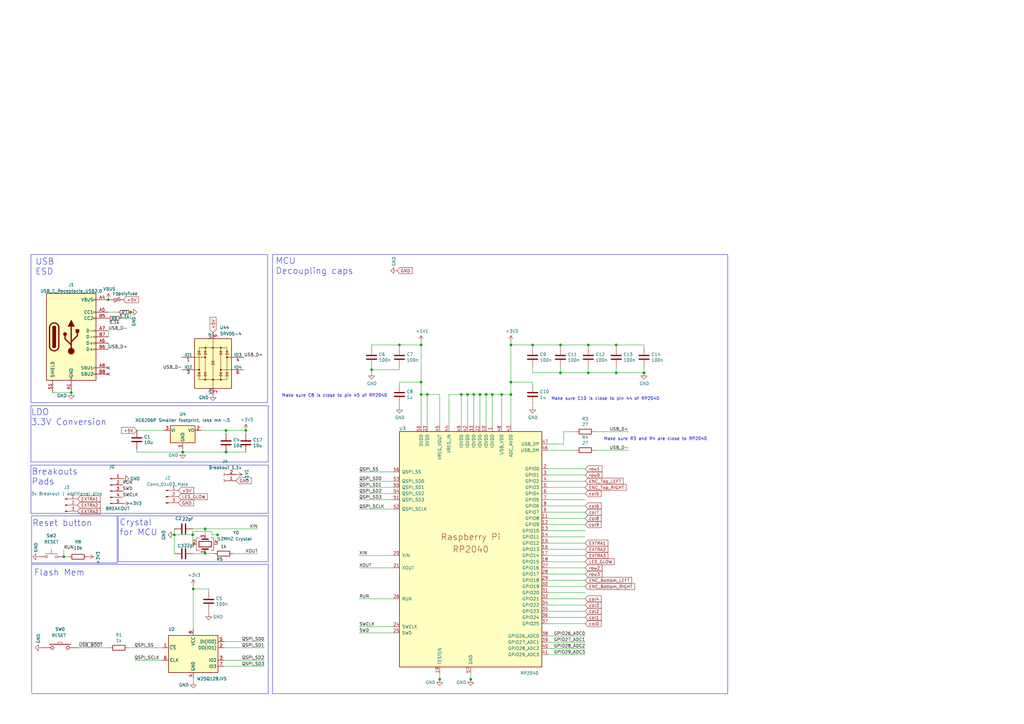
<source format=kicad_sch>
(kicad_sch (version 20230121) (generator eeschema)
  (paper "A3")
  (title_block (title "Rp2040 __template__") (date "2020-12-18") (rev "REV 0.1") (company "scattered_lenity.space"))
  (lib_symbols
    (symbol "Connector:Conn_01x02_Female" (pin_names (offset 1.016) hide)
      (property "Reference" "J" (at 0 2.54 0))
      (property "Value" "Conn_01x02_Female" (at 0 -5.08 0))
      (symbol "Conn_01x02_Female_1_1"
        (pin passive line (at -5.08 0 0) (length 3.81) (name "Pin_1") (number "1"))
        (pin passive line (at -5.08 -2.54 0) (length 3.81) (name "Pin_2") (number "2"))
      )
    )
    (symbol "Connector:Conn_01x03_Male" (pin_names (offset 1.016) hide)
      (property "Reference" "J" (at 0 5.08 0))
      (property "Value" "Conn_01x03_Male" (at 0 -5.08 0))
      (symbol "Conn_01x03_Male_1_1"
        (pin passive line (at 5.08 2.54 180) (length 3.81) (name "Pin_1") (number "1"))
        (pin passive line (at 5.08 0 180) (length 3.81) (name "Pin_2") (number "2"))
        (pin passive line (at 5.08 -2.54 180) (length 3.81) (name "Pin_3") (number "3"))
      )
    )
    (symbol "Connector:Conn_01x05_Male" (pin_names (offset 1.016) hide)
      (property "Reference" "J" (at 0 7.62 0))
      (property "Value" "Conn_01x05_Male" (at 0 -7.62 0))
      (symbol "Conn_01x05_Male_1_1"
        (pin passive line (at 5.08 5.08 180) (length 3.81) (name "Pin_1") (number "1"))
        (pin passive line (at 5.08 2.54 180) (length 3.81) (name "Pin_2") (number "2"))
        (pin passive line (at 5.08 0 180) (length 3.81) (name "Pin_3") (number "3"))
        (pin passive line (at 5.08 -2.54 180) (length 3.81) (name "Pin_4") (number "4"))
        (pin passive line (at 5.08 -5.08 180) (length 3.81) (name "Pin_5") (number "5"))
      )
    )
    (symbol "Connector:USB_C_Receptacle_USB2.0" (pin_names (offset 1.016))
      (property "Reference" "J" (at -10.16 19.05 0))
      (property "Value" "USB_C_Receptacle_USB2.0" (at 19.05 19.05 0))
      (symbol "USB_C_Receptacle_USB2.0_1_1"
        (pin passive line (at 0 -22.86 90) (length 5.08) (name "GND") (number "A1"))
        (pin passive line (at 0 -22.86 90) (length 5.08) hide (name "GND") (number "A12"))
        (pin passive line (at 15.24 15.24 180) (length 5.08) (name "VBUS") (number "A4"))
        (pin bidirectional line (at 15.24 10.16 180) (length 5.08) (name "CC1") (number "A5"))
        (pin bidirectional line (at 15.24 -2.54 180) (length 5.08) (name "D+") (number "A6"))
        (pin bidirectional line (at 15.24 2.54 180) (length 5.08) (name "D-") (number "A7"))
        (pin bidirectional line (at 15.24 -12.7 180) (length 5.08) (name "SBU1") (number "A8"))
        (pin passive line (at 15.24 15.24 180) (length 5.08) hide (name "VBUS") (number "A9"))
        (pin passive line (at 0 -22.86 90) (length 5.08) hide (name "GND") (number "B1"))
        (pin passive line (at 0 -22.86 90) (length 5.08) hide (name "GND") (number "B12"))
        (pin passive line (at 15.24 15.24 180) (length 5.08) hide (name "VBUS") (number "B4"))
        (pin bidirectional line (at 15.24 7.62 180) (length 5.08) (name "CC2") (number "B5"))
        (pin bidirectional line (at 15.24 -5.08 180) (length 5.08) (name "D+") (number "B6"))
        (pin bidirectional line (at 15.24 0 180) (length 5.08) (name "D-") (number "B7"))
        (pin bidirectional line (at 15.24 -15.24 180) (length 5.08) (name "SBU2") (number "B8"))
        (pin passive line (at 15.24 15.24 180) (length 5.08) hide (name "VBUS") (number "B9"))
        (pin passive line (at -7.62 -22.86 90) (length 5.08) (name "SHIELD") (number "S1"))
      )
    )
    (symbol "Device:C" (pin_numbers hide) (pin_names (offset 0.254))
      (property "Reference" "C" (at 0.635 2.54 0))
      (property "Value" "C" (at 0.635 -2.54 0))
      (symbol "C_1_1"
        (pin passive line (at 0 3.81 270) (length 2.794) (name "~") (number "1"))
        (pin passive line (at 0 -3.81 90) (length 2.794) (name "~") (number "2"))
      )
    )
    (symbol "Device:Crystal_GND24" (pin_names (offset 1.016) hide)
      (property "Reference" "Y" (at 3.175 5.08 0))
      (property "Value" "Crystal_GND24" (at 3.175 3.175 0))
      (symbol "Crystal_GND24_1_1"
        (pin passive line (at -3.81 0 0) (length 1.27) (name "1") (number "1"))
        (pin passive line (at 0 5.08 270) (length 1.27) (name "2") (number "2"))
        (pin passive line (at 3.81 0 180) (length 1.27) (name "3") (number "3"))
        (pin passive line (at 0 -5.08 90) (length 1.27) (name "4") (number "4"))
      )
    )
    (symbol "Device:Polyfuse_Small" (pin_numbers hide) (pin_names (offset 0))
      (property "Reference" "F" (at -1.905 0 90))
      (property "Value" "Polyfuse_Small" (at 1.905 0 90))
      (symbol "Polyfuse_Small_1_1"
        (pin passive line (at 0 2.54 270) (length 0.635) (name "~") (number "1"))
        (pin passive line (at 0 -2.54 90) (length 0.635) (name "~") (number "2"))
      )
    )
    (symbol "Device:R" (pin_numbers hide) (pin_names (offset 0))
      (property "Reference" "R" (at 2.032 0 90))
      (property "Value" "R" (at 0 0 90))
      (symbol "R_1_1"
        (pin passive line (at 0 3.81 270) (length 1.27) (name "~") (number "1"))
        (pin passive line (at 0 -3.81 90) (length 1.27) (name "~") (number "2"))
      )
    )
    (symbol "Device:R_Small" (pin_numbers hide) (pin_names (offset 0.254) hide)
      (property "Reference" "R" (at 0.762 0.508 0))
      (property "Value" "R_Small" (at 0.762 -1.016 0))
      (symbol "R_Small_1_1"
        (pin passive line (at 0 2.54 270) (length 0.762) (name "~") (number "1"))
        (pin passive line (at 0 -2.54 90) (length 0.762) (name "~") (number "2"))
      )
    )
    (symbol "MCU_RaspberryPi_RP2040:RP2040" (pin_names (offset 1.016))
      (property "Reference" "U" (at -29.21 49.53 0))
      (property "Value" "RP2040" (at 24.13 -49.53 0))
      (symbol "RP2040_0_0"
        (text "Raspberry Pi" (at 0 5.08 0) (effects (font (size 2.54 2.54))))
        (text "RP2040" (at 0 0 0) (effects (font (size 2.54 2.54))))
      )
      (symbol "RP2040_1_1"
        (pin power_in line (at 8.89 50.8 270) (length 2.54) (name "IOVDD") (number "1"))
        (pin power_in line (at 6.35 50.8 270) (length 2.54) (name "IOVDD") (number "10"))
        (pin bidirectional line (at 31.75 12.7 180) (length 2.54) (name "GPIO8") (number "11"))
        (pin bidirectional line (at 31.75 10.16 180) (length 2.54) (name "GPIO9") (number "12"))
        (pin bidirectional line (at 31.75 7.62 180) (length 2.54) (name "GPIO10") (number "13"))
        (pin bidirectional line (at 31.75 5.08 180) (length 2.54) (name "GPIO11") (number "14"))
        (pin bidirectional line (at 31.75 2.54 180) (length 2.54) (name "GPIO12") (number "15"))
        (pin bidirectional line (at 31.75 0 180) (length 2.54) (name "GPIO13") (number "16"))
        (pin bidirectional line (at 31.75 -2.54 180) (length 2.54) (name "GPIO14") (number "17"))
        (pin bidirectional line (at 31.75 -5.08 180) (length 2.54) (name "GPIO15") (number "18"))
        (pin passive line (at -12.7 -50.8 90) (length 2.54) (name "TESTEN") (number "19"))
        (pin bidirectional line (at 31.75 33.02 180) (length 2.54) (name "GPIO0") (number "2"))
        (pin input line (at -31.75 -2.54 0) (length 2.54) (name "XIN") (number "20"))
        (pin passive line (at -31.75 -7.62 0) (length 2.54) (name "XOUT") (number "21"))
        (pin power_in line (at 3.81 50.8 270) (length 2.54) (name "IOVDD") (number "22"))
        (pin power_in line (at -17.78 50.8 270) (length 2.54) (name "DVDD") (number "23"))
        (pin output line (at -31.75 -31.75 0) (length 2.54) (name "SWCLK") (number "24"))
        (pin bidirectional line (at -31.75 -34.29 0) (length 2.54) (name "SWD") (number "25"))
        (pin input line (at -31.75 -20.32 0) (length 2.54) (name "RUN") (number "26"))
        (pin bidirectional line (at 31.75 -7.62 180) (length 2.54) (name "GPIO16") (number "27"))
        (pin bidirectional line (at 31.75 -10.16 180) (length 2.54) (name "GPIO17") (number "28"))
        (pin bidirectional line (at 31.75 -12.7 180) (length 2.54) (name "GPIO18") (number "29"))
        (pin bidirectional line (at 31.75 30.48 180) (length 2.54) (name "GPIO1") (number "3"))
        (pin bidirectional line (at 31.75 -15.24 180) (length 2.54) (name "GPIO19") (number "30"))
        (pin bidirectional line (at 31.75 -17.78 180) (length 2.54) (name "GPIO20") (number "31"))
        (pin bidirectional line (at 31.75 -20.32 180) (length 2.54) (name "GPIO21") (number "32"))
        (pin power_in line (at 1.27 50.8 270) (length 2.54) (name "IOVDD") (number "33"))
        (pin bidirectional line (at 31.75 -22.86 180) (length 2.54) (name "GPIO22") (number "34"))
        (pin bidirectional line (at 31.75 -25.4 180) (length 2.54) (name "GPIO23") (number "35"))
        (pin bidirectional line (at 31.75 -27.94 180) (length 2.54) (name "GPIO24") (number "36"))
        (pin bidirectional line (at 31.75 -30.48 180) (length 2.54) (name "GPIO25") (number "37"))
        (pin bidirectional line (at 31.75 -35.56 180) (length 2.54) (name "GPIO26_ADC0") (number "38"))
        (pin bidirectional line (at 31.75 -38.1 180) (length 2.54) (name "GPIO27_ADC1") (number "39"))
        (pin bidirectional line (at 31.75 27.94 180) (length 2.54) (name "GPIO2") (number "4"))
        (pin bidirectional line (at 31.75 -40.64 180) (length 2.54) (name "GPIO28_ADC2") (number "40"))
        (pin bidirectional line (at 31.75 -43.18 180) (length 2.54) (name "GPIO29_ADC3") (number "41"))
        (pin power_in line (at -1.27 50.8 270) (length 2.54) (name "IOVDD") (number "42"))
        (pin power_in line (at 16.51 50.8 270) (length 2.54) (name "ADC_AVDD") (number "43"))
        (pin power_in line (at -8.89 50.8 270) (length 2.54) (name "VREG_IN") (number "44"))
        (pin power_out line (at -12.7 50.8 270) (length 2.54) (name "VREG_VOUT") (number "45"))
        (pin bidirectional line (at 31.75 40.64 180) (length 2.54) (name "USB_DM") (number "46"))
        (pin bidirectional line (at 31.75 43.18 180) (length 2.54) (name "USB_DP") (number "47"))
        (pin power_in line (at 12.7 50.8 270) (length 2.54) (name "USB_VDD") (number "48"))
        (pin power_in line (at -3.81 50.8 270) (length 2.54) (name "IOVDD") (number "49"))
        (pin bidirectional line (at 31.75 25.4 180) (length 2.54) (name "GPIO3") (number "5"))
        (pin power_in line (at -20.32 50.8 270) (length 2.54) (name "DVDD") (number "50"))
        (pin bidirectional line (at -31.75 20.32 0) (length 2.54) (name "QSPI_SD3") (number "51"))
        (pin output line (at -31.75 16.51 0) (length 2.54) (name "QSPI_SCLK") (number "52"))
        (pin bidirectional line (at -31.75 27.94 0) (length 2.54) (name "QSPI_SD0") (number "53"))
        (pin bidirectional line (at -31.75 22.86 0) (length 2.54) (name "QSPI_SD2") (number "54"))
        (pin bidirectional line (at -31.75 25.4 0) (length 2.54) (name "QSPI_SD1") (number "55"))
        (pin bidirectional line (at -31.75 31.75 0) (length 2.54) (name "QSPI_SS") (number "56"))
        (pin power_in line (at 0 -50.8 90) (length 2.54) (name "GND") (number "57"))
        (pin bidirectional line (at 31.75 22.86 180) (length 2.54) (name "GPIO4") (number "6"))
        (pin bidirectional line (at 31.75 20.32 180) (length 2.54) (name "GPIO5") (number "7"))
        (pin bidirectional line (at 31.75 17.78 180) (length 2.54) (name "GPIO6") (number "8"))
        (pin bidirectional line (at 31.75 15.24 180) (length 2.54) (name "GPIO7") (number "9"))
      )
    )
    (symbol "Memory_Flash:W25Q128JVS"
      (property "Reference" "U" (at -8.89 8.89 0))
      (property "Value" "W25Q128JVS" (at 7.62 8.89 0))
      (symbol "W25Q128JVS_1_1"
        (pin input line (at -12.7 2.54 0) (length 2.54) (name "~{CS}") (number "1"))
        (pin bidirectional line (at 12.7 2.54 180) (length 2.54) (name "DO(IO1)") (number "2"))
        (pin bidirectional line (at 12.7 -2.54 180) (length 2.54) (name "IO2") (number "3"))
        (pin power_in line (at 0 -10.16 90) (length 2.54) (name "GND") (number "4"))
        (pin bidirectional line (at 12.7 5.08 180) (length 2.54) (name "DI(IO0)") (number "5"))
        (pin input line (at -12.7 -2.54 0) (length 2.54) (name "CLK") (number "6"))
        (pin bidirectional line (at 12.7 -5.08 180) (length 2.54) (name "IO3") (number "7"))
        (pin power_in line (at 0 10.16 270) (length 2.54) (name "VCC") (number "8"))
      )
    )
    (symbol "Power_Protection:SRV05-4" (pin_names (offset 0))
      (property "Reference" "U" (at -5.08 11.43 0))
      (property "Value" "SRV05-4" (at 2.54 11.43 0))
      (symbol "SRV05-4_1_1"
        (pin passive line (at -12.7 2.54 0) (length 5.08) (name "IO1") (number "1"))
        (pin passive line (at 0 -12.7 90) (length 2.54) (name "VN") (number "2"))
        (pin passive line (at -12.7 -2.54 0) (length 5.08) (name "IO2") (number "3"))
        (pin passive line (at 12.7 2.54 180) (length 5.08) (name "IO3") (number "4"))
        (pin passive line (at 0 12.7 270) (length 2.54) (name "VP") (number "5"))
        (pin passive line (at 12.7 -2.54 180) (length 5.08) (name "IO4") (number "6"))
      )
    )
    (symbol "Regulator_Linear:XC6206PxxxMR" (pin_names (offset 0.254))
      (property "Reference" "U" (at -3.81 3.175 0))
      (property "Value" "XC6206PxxxMR" (at 0 3.175 0))
      (symbol "XC6206PxxxMR_1_1"
        (pin power_in line (at 0 -7.62 90) (length 2.54) (name "GND") (number "1"))
        (pin power_out line (at 7.62 0 180) (length 2.54) (name "VO") (number "2"))
        (pin power_in line (at -7.62 0 0) (length 2.54) (name "VI") (number "3"))
      )
    )
    (symbol "Switch:SW_Push" (pin_numbers hide) (pin_names (offset 1.016) hide)
      (property "Reference" "SW" (at 1.27 2.54 0))
      (property "Value" "SW_Push" (at 0 -1.524 0))
      (symbol "SW_Push_0_1"
        (pin passive line (at -5.08 0 0) (length 2.54) (name "1") (number "1"))
        (pin passive line (at 5.08 0 180) (length 2.54) (name "2") (number "2"))
      )
    )
    (symbol "cipulot_parts:SW_PUSH" (pin_numbers hide) (pin_names (offset 1.016) hide)
      (property "Reference" "SW" (at 3.81 2.794 0))
      (property "Value" "SW_PUSH" (at 0 -2.032 0))
      (symbol "SW_PUSH_0_1"
        (pin passive inverted (at -7.62 0 0) (length 5.08) (name "1") (number "1"))
        (pin passive inverted (at 7.62 0 180) (length 5.08) (name "2") (number "2"))
      )
    )
    (symbol "power:+1V1" (power) (pin_names (offset 0))
      (property "Value" "+1V1" (at 0 3.556 0))
      (symbol "+1V1_1_1"
        (pin power_in line (at 0 0 90) (length 0) hide (name "+1V1") (number "1"))
      )
    )
    (symbol "power:+3V3" (power) (pin_names (offset 0))
      (property "Value" "+3V3" (at 0 3.556 0))
      (symbol "+3V3_1_1"
        (pin power_in line (at 0 0 90) (length 0) hide (name "+3V3") (number "1"))
      )
    )
    (symbol "power:GND" (power) (pin_names (offset 0))
      (property "Value" "GND" (at 0 -3.81 0))
      (symbol "GND_1_1"
        (pin power_in line (at 0 0 270) (length 0) hide (name "GND") (number "1"))
      )
    )
    (symbol "power:VBUS" (power) (pin_names (offset 0))
      (property "Value" "VBUS" (at 0 3.81 0))
      (symbol "VBUS_1_1"
        (pin power_in line (at 0 0 90) (length 0) hide (name "VBUS") (number "1"))
      )
    )
  )
  (junction (at 209.55 156.718))
  (junction (at 241.3 152.908))
  (junction (at 189.23 161.798))
  (junction (at 44.45 122.936))
  (junction (at 191.77 161.798))
  (junction (at 92.71 185.42))
  (junction (at 29.21 161.036))
  (junction (at 100.838 176.53))
  (junction (at 79.248 241.554))
  (junction (at 194.31 161.798))
  (junction (at 71.5264 219.3544))
  (junction (at 84.1248 216.916))
  (junction (at 84.1248 226.9744))
  (junction (at 205.74 161.798))
  (junction (at 79.0448 219.3544))
  (junction (at 241.3 141.478))
  (junction (at 196.85 161.798))
  (junction (at 172.72 141.478))
  (junction (at 172.72 161.798))
  (junction (at 163.83 141.478))
  (junction (at 252.73 141.478))
  (junction (at 74.93 185.42))
  (junction (at 152.4 151.638))
  (junction (at 264.16 152.908))
  (junction (at 53.594 128.016))
  (junction (at 180.34 278.6126))
  (junction (at 193.04 278.6126))
  (junction (at 175.26 161.798))
  (junction (at 26.162 228.346))
  (junction (at 201.93 161.798))
  (junction (at 209.55 161.798))
  (junction (at 172.72 156.718))
  (junction (at 89.2302 219.3544))
  (junction (at 209.55 141.478))
  (junction (at 252.73 152.908))
  (junction (at 92.71 176.53))
  (junction (at 218.44 141.478))
  (junction (at 229.87 152.908))
  (junction (at 199.39 161.798))
  (junction (at 229.87 141.478))
  (no_connect (at 44.45 153.416))
  (no_connect (at 44.45 150.876))
  (wire (pts (xy 161.29 257.048) (xy 147.32 257.048)))
  (wire (pts (xy 79.1464 227.076) (xy 84.1248 227.076)))
  (wire (pts (xy 147.32 202.438) (xy 161.29 202.438)))
  (wire (pts (xy 224.79 220.218) (xy 240.03 220.218)))
  (wire (pts (xy 224.79 199.898) (xy 240.03 199.898)))
  (wire (pts (xy 201.93 161.798) (xy 205.74 161.798)))
  (wire (pts (xy 229.87 142.748) (xy 229.87 141.478)))
  (polyline (pts (xy 12.7 189.484) (xy 12.7 166.37)))
  (wire (pts (xy 85.598 241.554) (xy 79.248 241.554)))
  (wire (pts (xy 224.79 194.818) (xy 240.03 194.818)))
  (wire (pts (xy 82.55 176.53) (xy 92.71 176.53)))
  (wire (pts (xy 180.34 161.798) (xy 175.26 161.798)))
  (wire (pts (xy 147.32 197.358) (xy 161.29 197.358)))
  (wire (pts (xy 91.948 270.764) (xy 108.458 270.764)))
  (wire (pts (xy 147.32 199.898) (xy 161.29 199.898)))
  (wire (pts (xy 44.45 140.716) (xy 44.45 143.256)))
  (polyline (pts (xy 12.7 210.566) (xy 12.7 190.754)))
  (wire (pts (xy 79.248 240.284) (xy 79.248 241.554)))
  (wire (pts (xy 199.39 174.498) (xy 199.39 161.798)))
  (wire (pts (xy 74.93 185.42) (xy 74.93 185.5216)))
  (wire (pts (xy 196.85 161.798) (xy 199.39 161.798)))
  (wire (pts (xy 86.9442 217.932) (xy 79.0448 217.932)))
  (wire (pts (xy 163.83 157.988) (xy 163.83 156.718)))
  (polyline (pts (xy 111.76 104.394) (xy 111.76 284.48)))
  (polyline (pts (xy 48.514 230.378) (xy 48.514 211.582)))
  (polyline (pts (xy 12.954 230.886) (xy 48.006 230.886)))
  (wire (pts (xy 172.72 140.208) (xy 172.72 141.478)))
  (wire (pts (xy 180.34 276.098) (xy 180.34 278.6126)))
  (wire (pts (xy 224.79 222.758) (xy 240.03 222.758)))
  (wire (pts (xy 218.44 150.368) (xy 218.44 152.908)))
  (wire (pts (xy 100.838 177.8) (xy 100.838 176.53)))
  (polyline (pts (xy 12.954 283.972) (xy 12.954 231.394)))
  (wire (pts (xy 224.79 260.858) (xy 240.03 260.858)))
  (wire (pts (xy 71.5264 216.916) (xy 71.5264 219.3544)))
  (wire (pts (xy 175.26 174.498) (xy 175.26 161.798)))
  (wire (pts (xy 26.162 228.346) (xy 28.194 228.346)))
  (wire (pts (xy 224.79 268.478) (xy 240.03 268.478)))
  (wire (pts (xy 209.55 156.718) (xy 218.44 156.718)))
  (wire (pts (xy 89.2048 223.1644) (xy 89.2302 223.1644)))
  (polyline (pts (xy 12.7 165.1) (xy 12.7 104.394)))
  (wire (pts (xy 44.958 265.684) (xy 32.258 265.684)))
  (wire (pts (xy 209.55 140.208) (xy 209.55 141.478)))
  (wire (pts (xy 264.16 150.368) (xy 264.16 152.908)))
  (wire (pts (xy 193.04 276.098) (xy 193.04 278.6126)))
  (wire (pts (xy 224.79 182.118) (xy 231.14 182.118)))
  (polyline (pts (xy 109.982 231.394) (xy 109.982 284.48)))
  (wire (pts (xy 224.79 207.518) (xy 240.03 207.518)))
  (wire (pts (xy 218.44 141.478) (xy 229.87 141.478)))
  (wire (pts (xy 224.79 243.078) (xy 240.03 243.078)))
  (wire (pts (xy 89.2302 219.3544) (xy 86.9442 219.3544)))
  (wire (pts (xy 224.79 210.058) (xy 240.03 210.058)))
  (wire (pts (xy 224.79 263.398) (xy 240.03 263.398)))
  (wire (pts (xy 56.134 185.42) (xy 74.93 185.42)))
  (polyline (pts (xy 12.954 284.48) (xy 109.982 284.48)))
  (wire (pts (xy 56.134 176.53) (xy 67.31 176.53)))
  (wire (pts (xy 26.162 225.552) (xy 26.162 228.346)))
  (wire (pts (xy 91.948 265.684) (xy 108.458 265.684)))
  (wire (pts (xy 224.79 184.658) (xy 236.22 184.658)))
  (wire (pts (xy 224.79 265.938) (xy 240.03 265.938)))
  (wire (pts (xy 224.79 212.598) (xy 240.03 212.598)))
  (wire (pts (xy 209.55 161.798) (xy 209.55 174.498)))
  (polyline (pts (xy 109.982 211.582) (xy 109.982 230.378)))
  (wire (pts (xy 87.884 226.9744) (xy 87.884 227.076)))
  (wire (pts (xy 86.9442 219.3544) (xy 86.9442 217.932)))
  (polyline (pts (xy 12.7 166.37) (xy 109.982 166.37)))
  (wire (pts (xy 79.0448 223.1644) (xy 79.0448 219.3544)))
  (wire (pts (xy 85.598 250.444) (xy 85.598 251.714)))
  (wire (pts (xy 84.1248 216.916) (xy 105.664 216.916)))
  (wire (pts (xy 49.53 130.556) (xy 53.5686 130.556)))
  (wire (pts (xy 180.34 174.498) (xy 180.34 161.798)))
  (wire (pts (xy 264.16 142.748) (xy 264.16 141.478)))
  (wire (pts (xy 224.79 232.918) (xy 240.03 232.918)))
  (wire (pts (xy 229.87 150.368) (xy 229.87 152.908)))
  (wire (pts (xy 79.248 241.554) (xy 79.248 258.064)))
  (wire (pts (xy 163.83 141.478) (xy 172.72 141.478)))
  (wire (pts (xy 152.4 141.478) (xy 163.83 141.478)))
  (wire (pts (xy 241.3 152.908) (xy 229.87 152.908)))
  (wire (pts (xy 224.79 240.538) (xy 240.03 240.538)))
  (polyline (pts (xy 109.728 104.394) (xy 109.728 165.1)))
  (polyline (pts (xy 12.7 165.1) (xy 109.728 165.1)))
  (wire (pts (xy 229.87 141.478) (xy 241.3 141.478)))
  (wire (pts (xy 172.72 161.798) (xy 172.72 174.498)))
  (wire (pts (xy 189.23 174.498) (xy 189.23 161.798)))
  (wire (pts (xy 89.2556 219.3544) (xy 89.2302 219.3544)))
  (wire (pts (xy 224.79 248.158) (xy 240.03 248.158)))
  (wire (pts (xy 201.93 161.798) (xy 201.93 174.498)))
  (wire (pts (xy 85.598 242.824) (xy 85.598 241.554)))
  (polyline (pts (xy 109.982 210.566) (xy 12.7 210.566)))
  (polyline (pts (xy 12.954 230.886) (xy 12.954 211.582)))
  (polyline (pts (xy 12.7 190.754) (xy 109.982 190.754)))
  (wire (pts (xy 161.29 259.588) (xy 147.32 259.588)))
  (wire (pts (xy 74.93 184.15) (xy 74.93 185.42)))
  (wire (pts (xy 191.77 161.798) (xy 194.31 161.798)))
  (wire (pts (xy 193.04 278.6126) (xy 193.04 278.638)))
  (wire (pts (xy 224.79 202.438) (xy 240.03 202.438)))
  (wire (pts (xy 21.59 161.036) (xy 29.21 161.036)))
  (polyline (pts (xy 109.982 230.378) (xy 48.514 230.378)))
  (wire (pts (xy 95.504 227.076) (xy 105.664 227.076)))
  (wire (pts (xy 100.838 176.53) (xy 92.71 176.53)))
  (wire (pts (xy 44.45 122.936) (xy 45.466 122.936)))
  (polyline (pts (xy 12.954 211.582) (xy 48.006 211.582)))
  (wire (pts (xy 224.79 197.358) (xy 240.03 197.358)))
  (wire (pts (xy 55.118 270.764) (xy 66.548 270.764)))
  (wire (pts (xy 218.44 142.748) (xy 218.44 141.478)))
  (wire (pts (xy 224.79 204.978) (xy 240.03 204.978)))
  (polyline (pts (xy 12.954 231.394) (xy 109.982 231.394)))
  (wire (pts (xy 163.83 151.638) (xy 163.83 150.368)))
  (wire (pts (xy 218.44 157.988) (xy 218.44 156.718)))
  (wire (pts (xy 231.14 177.038) (xy 231.14 182.118)))
  (polyline (pts (xy 12.7 104.394) (xy 109.728 104.394)))
  (wire (pts (xy 241.3 150.368) (xy 241.3 152.908)))
  (polyline (pts (xy 109.982 190.754) (xy 109.982 210.566)))
  (wire (pts (xy 53.5686 130.556) (xy 53.5686 128.016)))
  (wire (pts (xy 74.93 185.42) (xy 92.71 185.42)))
  (wire (pts (xy 44.45 135.636) (xy 44.45 138.176)))
  (polyline (pts (xy 111.76 284.48) (xy 298.45 284.48)))
  (wire (pts (xy 252.73 141.478) (xy 264.16 141.478)))
  (wire (pts (xy 194.31 161.798) (xy 196.85 161.798)))
  (wire (pts (xy 224.79 253.238) (xy 240.03 253.238)))
  (wire (pts (xy 71.5264 219.3544) (xy 79.0448 219.3544)))
  (wire (pts (xy 209.55 156.718) (xy 209.55 161.798)))
  (wire (pts (xy 241.3 141.478) (xy 252.73 141.478)))
  (wire (pts (xy 161.29 232.918) (xy 147.32 232.918)))
  (wire (pts (xy 152.4 151.638) (xy 163.83 151.638)))
  (wire (pts (xy 89.2302 219.3544) (xy 89.2302 223.1644)))
  (wire (pts (xy 92.71 185.42) (xy 100.838 185.42)))
  (wire (pts (xy 52.578 265.684) (xy 66.548 265.684)))
  (wire (pts (xy 252.73 142.748) (xy 252.73 141.478)))
  (wire (pts (xy 84.1248 227.076) (xy 84.1248 226.9744)))
  (wire (pts (xy 241.3 142.748) (xy 241.3 141.478)))
  (wire (pts (xy 224.79 237.998) (xy 240.03 237.998)))
  (wire (pts (xy 264.16 152.908) (xy 252.73 152.908)))
  (polyline (pts (xy 48.006 211.582) (xy 48.006 230.886)))
  (wire (pts (xy 243.84 177.038) (xy 257.81 177.038)))
  (wire (pts (xy 191.77 174.498) (xy 191.77 161.798)))
  (wire (pts (xy 92.71 177.8) (xy 92.71 176.53)))
  (polyline (pts (xy 298.45 284.48) (xy 298.45 104.394)))
  (wire (pts (xy 71.5264 219.3544) (xy 71.5264 227.076)))
  (wire (pts (xy 152.4 142.748) (xy 152.4 141.478)))
  (wire (pts (xy 53.5686 128.016) (xy 53.594 128.016)))
  (wire (pts (xy 205.74 174.498) (xy 205.74 161.798)))
  (wire (pts (xy 172.72 156.718) (xy 172.72 161.798)))
  (wire (pts (xy 224.79 255.778) (xy 240.03 255.778)))
  (wire (pts (xy 91.948 273.304) (xy 108.458 273.304)))
  (wire (pts (xy 152.4 150.368) (xy 152.4 151.638)))
  (wire (pts (xy 79.248 278.384) (xy 79.248 279.654)))
  (wire (pts (xy 161.29 245.618) (xy 147.32 245.618)))
  (wire (pts (xy 184.15 174.498) (xy 184.15 161.798)))
  (wire (pts (xy 79.0448 217.932) (xy 79.0448 219.3544)))
  (wire (pts (xy 180.34 278.6126) (xy 180.34 278.638)))
  (wire (pts (xy 224.79 227.838) (xy 240.03 227.838)))
  (wire (pts (xy 224.79 215.138) (xy 240.03 215.138)))
  (wire (pts (xy 44.45 128.016) (xy 48.514 128.016)))
  (wire (pts (xy 224.79 235.458) (xy 240.03 235.458)))
  (wire (pts (xy 196.85 174.498) (xy 196.85 161.798)))
  (wire (pts (xy 194.31 174.498) (xy 194.31 161.798)))
  (polyline (pts (xy 109.982 166.37) (xy 109.982 189.484)))
  (wire (pts (xy 84.1248 226.9744) (xy 87.884 226.9744)))
  (polyline (pts (xy 48.514 211.582) (xy 109.982 211.582)))
  (wire (pts (xy 209.55 141.478) (xy 209.55 156.718)))
  (wire (pts (xy 184.15 161.798) (xy 189.23 161.798)))
  (polyline (pts (xy 298.45 104.394) (xy 111.76 104.394)))
  (wire (pts (xy 224.79 225.298) (xy 240.03 225.298)))
  (wire (pts (xy 224.79 217.678) (xy 240.03 217.678)))
  (wire (pts (xy 163.83 165.608) (xy 163.83 166.878)))
  (wire (pts (xy 163.83 142.748) (xy 163.83 141.478)))
  (wire (pts (xy 56.134 184.15) (xy 56.134 185.42)))
  (wire (pts (xy 252.73 150.368) (xy 252.73 152.908)))
  (wire (pts (xy 147.32 204.978) (xy 161.29 204.978)))
  (wire (pts (xy 224.79 250.698) (xy 240.03 250.698)))
  (wire (pts (xy 224.79 245.618) (xy 240.03 245.618)))
  (wire (pts (xy 205.74 161.798) (xy 209.55 161.798)))
  (wire (pts (xy 152.4 151.638) (xy 152.4 152.908)))
  (wire (pts (xy 252.73 152.908) (xy 241.3 152.908)))
  (wire (pts (xy 84.1248 216.916) (xy 84.1248 219.3544)))
  (wire (pts (xy 224.79 192.278) (xy 240.03 192.278)))
  (polyline (pts (xy 12.7 189.484) (xy 109.982 189.484)))
  (wire (pts (xy 209.55 141.478) (xy 218.44 141.478)))
  (wire (pts (xy 79.1464 216.916) (xy 84.1248 216.916)))
  (wire (pts (xy 163.83 156.718) (xy 172.72 156.718)))
  (wire (pts (xy 161.29 193.548) (xy 147.32 193.548)))
  (wire (pts (xy 147.32 227.838) (xy 161.29 227.838)))
  (wire (pts (xy 199.39 161.798) (xy 201.93 161.798)))
  (wire (pts (xy 172.72 141.478) (xy 172.72 156.718)))
  (wire (pts (xy 229.87 152.908) (xy 218.44 152.908)))
  (wire (pts (xy 91.948 263.144) (xy 108.458 263.144)))
  (wire (pts (xy 161.29 208.788) (xy 147.32 208.788)))
  (wire (pts (xy 189.23 161.798) (xy 191.77 161.798)))
  (wire (pts (xy 224.79 230.378) (xy 240.03 230.378)))
  (wire (pts (xy 231.14 177.038) (xy 236.22 177.038)))
  (wire (pts (xy 218.44 165.608) (xy 218.44 166.878)))
  (wire (pts (xy 243.84 184.658) (xy 257.81 184.658)))
  (wire (pts (xy 175.26 161.798) (xy 172.72 161.798)))
  (text "USB\nESD" (at 14.478 113.03 0) (effects (font (size 2.54 2.54)) (justify left bottom)))
  (text "Make sure C8 is close to pin 45 of RP2040" (at 115.57 163.068 0) (effects (font (size 1.27 1.27)) (justify left bottom)))
  (text "Breakouts\nPads\n" (at 12.954 199.136 0) (effects (font (size 2.54 2.54)) (justify left bottom)))
  (text "Make sure R3 and R4 are close to RP2040" (at 247.65 180.848 0) (effects (font (size 1.27 1.27)) (justify left bottom)))
  (text "Crystal\nfor MCU" (at 49.022 219.964 0) (effects (font (size 2.54 2.54)) (justify left bottom)))
  (text "Flash Mem " (at 13.97 236.474 0) (effects (font (size 2.54 2.54)) (justify left bottom)))
  (text "MCU\nDecoupling caps " (at 113.03 112.776 0) (effects (font (size 2.54 2.54)) (justify left bottom)))
  (text "Make sure C10 is close to pin 44 of RP2040" (at 226.06 164.338 0) (effects (font (size 1.27 1.27)) (justify left bottom)))
  (text "Reset button\n" (at 13.208 216.154 0) (effects (font (size 2.54 2.54)) (justify left bottom)))
  (text "LDO\n3.3V Conversion\n" (at 12.7 174.752 0) (effects (font (size 2.54 2.54)) (justify left bottom)))
  (label "RUN" (at 50.292 198.882 0))
  (label "QSPI_SD2" (at 108.458 270.764 180))
  (label "XIN" (at 147.32 227.838 0))
  (label "QSPI_SS" (at 55.118 265.684 0))
  (label "RUN" (at 147.32 245.618 0))
  (label "RUN" (at 26.162 225.552 0))
  (label "SWD" (at 50.292 201.422 0))
  (label "USB_D+" (at 44.45 143.256 0))
  (label "USB_D+" (at 100.076 146.558 0))
  (label "~{USB_BOOT}" (at 32.258 265.684 0))
  (label "GPIO27_ADC1" (at 240.03 263.398 180))
  (label "XIN" (at 105.664 216.916 180))
  (label "QSPI_SS" (at 147.32 193.548 0))
  (label "QSPI_SCLK" (at 55.118 270.764 0))
  (label "XOUT" (at 105.664 227.076 180))
  (label "QSPI_SD1" (at 147.32 199.898 0))
  (label "USB_D-" (at 44.45 135.636 0))
  (label "SWD" (at 147.32 259.588 0))
  (label "XOUT" (at 147.32 232.918 0))
  (label "QSPI_SD0" (at 147.32 197.358 0))
  (label "USB_D+" (at 257.81 177.038 180))
  (label "QSPI_SD3" (at 147.32 204.978 0))
  (label "QSPI_SD0" (at 108.458 263.144 180))
  (label "GPIO28_ADC2" (at 240.03 265.938 180))
  (label "USB_D-" (at 257.81 184.658 180))
  (label "GPIO26_ADC0" (at 240.03 260.858 180))
  (label "USB_D-" (at 74.676 151.638 180))
  (label "QSPI_SD1" (at 108.458 265.684 180))
  (label "QSPI_SD3" (at 108.458 273.304 180))
  (label "QSPI_SCLK" (at 147.32 208.788 0))
  (label "SWCLK" (at 147.32 257.048 0))
  (label "QSPI_SD2" (at 147.32 202.438 0))
  (label "SWCLK" (at 50.292 203.962 0))
  (label "GPIO29_ADC3" (at 240.03 268.478 180))
  (global_label "GND" (shape input) (at 73.152 206.248 0) (property "Intersheetrefs" "${INTERSHEET_REFS}" (effects hide)))
  (global_label "row0" (shape input) (at 240.03 194.818 0) (property "Intersheetrefs" "${INTERSHEET_REFS}" (effects hide)))
  (global_label "row2" (shape input) (at 240.03 232.918 0) (property "Intersheetrefs" "${INTERSHEET_REFS}" (effects hide)))
  (global_label "GND" (shape input) (at 96.774 197.1548 0) (property "Intersheetrefs" "${INTERSHEET_REFS}" (effects hide)))
  (global_label "col7" (shape input) (at 240.03 210.058 0) (property "Intersheetrefs" "${INTERSHEET_REFS}" (effects hide)))
  (global_label "+5V" (shape input) (at 73.152 201.168 0) (property "Intersheetrefs" "${INTERSHEET_REFS}" (effects hide)))
  (global_label "col2" (shape input) (at 240.03 250.698 0) (property "Intersheetrefs" "${INTERSHEET_REFS}" (effects hide)))
  (global_label "row3" (shape input) (at 240.03 235.458 0) (property "Intersheetrefs" "${INTERSHEET_REFS}" (effects hide)))
  (global_label "EXTRA1" (shape input) (at 240.03 222.758 0) (property "Intersheetrefs" "${INTERSHEET_REFS}" (effects hide)))
  (global_label "+5V" (shape input) (at 56.134 176.53 180) (property "Intersheetrefs" "${INTERSHEET_REFS}" (effects hide)))
  (global_label "LED_GLOW" (shape input) (at 73.152 203.708 0) (property "Intersheetrefs" "${INTERSHEET_REFS}" (effects hide)))
  (global_label "ENC_Bottom_LEFT" (shape input) (at 240.03 237.998 0) (property "Intersheetrefs" "${INTERSHEET_REFS}" (effects hide)))
  (global_label "col0" (shape input) (at 240.03 255.778 0) (property "Intersheetrefs" "${INTERSHEET_REFS}" (effects hide)))
  (global_label "+5V" (shape input) (at 87.376 136.398 90) (property "Intersheetrefs" "${INTERSHEET_REFS}" (effects hide)))
  (global_label "LED_GLOW" (shape input) (at 240.03 230.378 0) (property "Intersheetrefs" "${INTERSHEET_REFS}" (effects hide)))
  (global_label "ENC_Top_RIGHT" (shape input) (at 240.03 199.898 0) (property "Intersheetrefs" "${INTERSHEET_REFS}" (effects hide)))
  (global_label "GND" (shape input) (at 162.814 110.998 0) (property "Intersheetrefs" "${INTERSHEET_REFS}" (effects hide)))
  (global_label "+5V" (shape input) (at 50.546 122.936 0) (property "Intersheetrefs" "${INTERSHEET_REFS}" (effects hide)))
  (global_label "col9" (shape input) (at 240.03 215.138 0) (property "Intersheetrefs" "${INTERSHEET_REFS}" (effects hide)))
  (global_label "ENC_Bottom_RIGHT" (shape input) (at 240.03 240.538 0) (property "Intersheetrefs" "${INTERSHEET_REFS}" (effects hide)))
  (global_label "EXTRA3" (shape input) (at 31.8008 209.7024 0) (property "Intersheetrefs" "${INTERSHEET_REFS}" (effects hide)))
  (global_label "col8" (shape input) (at 240.03 212.598 0) (property "Intersheetrefs" "${INTERSHEET_REFS}" (effects hide)))
  (global_label "row1" (shape input) (at 240.03 192.278 0) (property "Intersheetrefs" "${INTERSHEET_REFS}" (effects hide)))
  (global_label "col5" (shape input) (at 240.03 202.438 0) (property "Intersheetrefs" "${INTERSHEET_REFS}" (effects hide)))
  (global_label "col6" (shape input) (at 240.03 207.518 0) (property "Intersheetrefs" "${INTERSHEET_REFS}" (effects hide)))
  (global_label "col1" (shape input) (at 240.03 253.238 0) (property "Intersheetrefs" "${INTERSHEET_REFS}" (effects hide)))
  (global_label "EXTRA2" (shape input) (at 240.03 225.298 0) (property "Intersheetrefs" "${INTERSHEET_REFS}" (effects hide)))
  (global_label "col3" (shape input) (at 240.03 248.158 0) (property "Intersheetrefs" "${INTERSHEET_REFS}" (effects hide)))
  (global_label "EXTRA3" (shape input) (at 240.03 227.838 0) (property "Intersheetrefs" "${INTERSHEET_REFS}" (effects hide)))
  (global_label "ENC_Top_LEFT" (shape input) (at 240.03 197.358 0) (property "Intersheetrefs" "${INTERSHEET_REFS}" (effects hide)))
  (global_label "col4" (shape input) (at 240.03 245.618 0) (property "Intersheetrefs" "${INTERSHEET_REFS}" (effects hide)))
  (global_label "EXTRA2" (shape input) (at 31.8008 207.1624 0) (property "Intersheetrefs" "${INTERSHEET_REFS}" (effects hide)))
  (global_label "EXTRA1" (shape input) (at 31.8008 204.6224 0) (property "Intersheetrefs" "${INTERSHEET_REFS}" (effects hide)))
  (symbol (lib_id "MCU_RaspberryPi_RP2040:RP2040") (at 193.04 225.298 0) (unit 1)
    (property "Reference" "U3" (at 165.1 175.768 0))
    (property "Value" "RP2040" (at 217.17 276.098 0))
    (property "Footprint" "RP2040:RP2040-QFN-56" (effects hide))
    (property "LCSC" "C2040" (effects hide))
  )
  (symbol (lib_id "Device:C") (at 75.3364 216.916 270) (unit 1)
    (property "Reference" "C2" (at 71.8312 212.6488 90) (effects (justify left)))
    (property "Value" "22pf" (at 74.676 212.9028 90) (effects (justify left)))
    (property "Footprint" "Capacitor_SMD:C_0805_2012Metric" (effects hide))
    (property "LCSC" "C1804" (effects hide))
  )
  (symbol (lib_id "Device:C") (at 75.3364 227.076 270) (unit 1)
    (property "Reference" "C3" (at 72.8218 223.8756 90) (effects (justify left)))
    (property "Value" "22pf" (at 75.3618 223.774 90) (effects (justify left)))
    (property "Footprint" "Capacitor_SMD:C_0805_2012Metric" (effects hide))
    (property "LCSC" "C1804" (effects hide))
  )
  (symbol (lib_id "power:GND") (at 71.5264 219.3544 270) (unit 1)
    (property "Reference" "#PWR06" (effects hide))
    (property "Value" "GND" (at 67.1322 219.4814 0))
  )
  (symbol (lib_id "Memory_Flash:W25Q128JVS") (at 79.248 268.224 0) (unit 1)
    (property "Reference" "U2" (at 70.358 258.064 0))
    (property "Value" "W25Q128JVS" (at 86.868 278.384 0))
    (property "Footprint" "Package_SO:SOIC-8_5.23x5.23mm_P1.27mm" (effects hide))
    (property "Datasheet" "http://www.winbond.com/resource-files/w25q128jv_dtr%20revc%2003272018%20plus.pdf" (effects hide))
    (property "LCSC" "C97521" (effects hide))
  )
  (symbol (lib_id "power:+3V3") (at 79.248 240.284 0) (unit 1)
    (property "Reference" "#PWR07" (effects hide))
    (property "Value" "+3V3" (at 79.629 235.8898 0))
  )
  (symbol (lib_id "power:GND") (at 79.248 279.654 0) (unit 1)
    (property "Reference" "#PWR08" (effects hide))
    (property "Value" "GND" (at 75.438 280.924 0))
  )
  (symbol (lib_id "Device:R") (at 48.768 265.684 270) (unit 1)
    (property "Reference" "R1" (at 48.768 260.4262 90))
    (property "Value" "1k" (at 48.768 262.7376 90))
    (property "Footprint" "Resistor_SMD:R_0805_2012Metric" (effects hide))
    (property "LCSC" "C115316" (effects hide))
  )
  (symbol (lib_id "Device:C") (at 85.598 246.634 0) (unit 1)
    (property "Reference" "C5" (at 88.519 245.4656 0) (effects (justify left)))
    (property "Value" "100n" (at 88.519 247.777 0) (effects (justify left)))
    (property "Footprint" "Capacitor_SMD:C_0805_2012Metric" (effects hide))
    (property "LCSC" "C49678" (effects hide))
  )
  (symbol (lib_id "power:GND") (at 85.598 251.714 0) (unit 1)
    (property "Reference" "#PWR011" (effects hide))
    (property "Value" "GND" (at 89.408 252.984 0))
  )
  (symbol (lib_id "Device:R") (at 240.03 177.038 270) (unit 1)
    (property "Reference" "R3" (at 240.03 171.7802 90))
    (property "Value" "27" (at 240.03 174.0916 90))
    (property "Footprint" "Resistor_SMD:R_0805_2012Metric" (effects hide))
    (property "LCSC" "C104170" (effects hide))
  )
  (symbol (lib_id "Device:R") (at 240.03 184.658 270) (unit 1)
    (property "Reference" "R4" (at 240.03 179.4002 90))
    (property "Value" "27" (at 240.03 181.7116 90))
    (property "Footprint" "Resistor_SMD:R_0805_2012Metric" (effects hide))
    (property "LCSC" "C104170" (effects hide))
  )
  (symbol (lib_id "power:+3V3") (at 209.55 140.208 0) (unit 1)
    (property "Reference" "#PWR017" (effects hide))
    (property "Value" "+3V3" (at 209.931 135.8138 0))
  )
  (symbol (lib_id "power:+1V1") (at 172.72 140.208 0) (unit 1)
    (property "Reference" "#PWR014" (effects hide))
    (property "Value" "+1V1" (at 173.101 135.8138 0))
  )
  (symbol (lib_id "Device:C") (at 218.44 146.558 0) (unit 1)
    (property "Reference" "C9" (at 221.361 145.3896 0) (effects (justify left)))
    (property "Value" "100n" (at 221.361 147.701 0) (effects (justify left)))
    (property "Footprint" "Capacitor_SMD:C_0805_2012Metric" (effects hide))
    (property "LCSC" "C49678" (effects hide))
  )
  (symbol (lib_id "Device:C") (at 229.87 146.558 0) (unit 1)
    (property "Reference" "C11" (at 232.791 145.3896 0) (effects (justify left)))
    (property "Value" "100n" (at 232.791 147.701 0) (effects (justify left)))
    (property "Footprint" "Capacitor_SMD:C_0805_2012Metric" (effects hide))
    (property "LCSC" "C49678" (effects hide))
  )
  (symbol (lib_id "Device:C") (at 241.3 146.558 0) (unit 1)
    (property "Reference" "C12" (at 244.221 145.3896 0) (effects (justify left)))
    (property "Value" "100n" (at 244.221 147.701 0) (effects (justify left)))
    (property "Footprint" "Capacitor_SMD:C_0805_2012Metric" (effects hide))
    (property "LCSC" "C49678" (effects hide))
  )
  (symbol (lib_id "Device:C") (at 252.73 146.558 0) (unit 1)
    (property "Reference" "C13" (at 255.651 145.3896 0) (effects (justify left)))
    (property "Value" "100n" (at 255.651 147.701 0) (effects (justify left)))
    (property "Footprint" "Capacitor_SMD:C_0805_2012Metric" (effects hide))
    (property "LCSC" "C49678" (effects hide))
  )
  (symbol (lib_id "Device:C") (at 264.16 146.558 0) (unit 1)
    (property "Reference" "C14" (at 267.081 145.3896 0) (effects (justify left)))
    (property "Value" "100n" (at 267.081 147.701 0) (effects (justify left)))
    (property "Footprint" "Capacitor_SMD:C_0805_2012Metric" (effects hide))
    (property "LCSC" "C49678" (effects hide))
  )
  (symbol (lib_id "Device:C") (at 152.4 146.558 0) (unit 1)
    (property "Reference" "C6" (at 155.321 145.3896 0) (effects (justify left)))
    (property "Value" "100n" (at 155.321 147.701 0) (effects (justify left)))
    (property "Footprint" "Capacitor_SMD:C_0805_2012Metric" (effects hide))
    (property "LCSC" "C49678" (effects hide))
  )
  (symbol (lib_id "Device:C") (at 163.83 146.558 0) (unit 1)
    (property "Reference" "C7" (at 166.751 145.3896 0) (effects (justify left)))
    (property "Value" "100n" (at 166.751 147.701 0) (effects (justify left)))
    (property "Footprint" "Capacitor_SMD:C_0805_2012Metric" (effects hide))
    (property "LCSC" "C49678" (effects hide))
  )
  (symbol (lib_id "Device:C") (at 163.83 161.798 0) (unit 1)
    (property "Reference" "C8" (at 166.751 160.6296 0) (effects (justify left)))
    (property "Value" "1u" (at 166.751 162.941 0) (effects (justify left)))
    (property "Footprint" "Capacitor_SMD:C_0805_2012Metric" (effects hide))
    (property "LCSC" "C28323" (effects hide))
  )
  (symbol (lib_id "Device:C") (at 218.44 161.798 0) (unit 1)
    (property "Reference" "C10" (at 221.361 160.6296 0) (effects (justify left)))
    (property "Value" "1u" (at 221.361 162.941 0) (effects (justify left)))
    (property "Footprint" "Capacitor_SMD:C_0805_2012Metric" (effects hide))
    (property "LCSC" "C28323" (effects hide))
  )
  (symbol (lib_id "power:GND") (at 264.16 152.908 0) (unit 1)
    (property "Reference" "#PWR023" (effects hide))
    (property "Value" "GND" (at 264.287 157.3022 0))
  )
  (symbol (lib_id "power:GND") (at 152.4 152.908 0) (unit 1)
    (property "Reference" "#PWR012" (effects hide))
    (property "Value" "GND" (at 152.527 157.3022 0))
  )
  (symbol (lib_id "power:GND") (at 163.83 166.878 0) (unit 1)
    (property "Reference" "#PWR013" (effects hide))
    (property "Value" "GND" (at 163.957 171.2722 0))
  )
  (symbol (lib_id "power:GND") (at 218.44 166.878 0) (unit 1)
    (property "Reference" "#PWR018" (effects hide))
    (property "Value" "GND" (at 218.567 171.2722 0))
  )
  (symbol (lib_id "power:VBUS") (at 44.45 122.936 0) (unit 1)
    (property "Reference" "#PWR03" (effects hide))
    (property "Value" "VBUS" (at 44.831 118.5418 0))
  )
  (symbol (lib_id "power:GND") (at 74.93 185.42 0) (unit 1)
    (property "Reference" "#PWR05" (effects hide))
    (property "Value" "GND" (at 71.12 186.69 0))
  )
  (symbol (lib_id "power:+3V3") (at 100.838 176.53 0) (unit 1)
    (property "Reference" "#PWR09" (effects hide))
    (property "Value" "+3V3" (at 101.219 172.1358 0))
  )
  (symbol (lib_id "Device:C") (at 56.134 180.34 0) (unit 1)
    (property "Reference" "C1" (at 59.055 179.1716 0) (effects (justify left)))
    (property "Value" "10u" (at 59.055 181.483 0) (effects (justify left)))
    (property "Footprint" "Capacitor_SMD:C_0805_2012Metric" (effects hide))
    (property "LCSC" "C91245" (effects hide))
  )
  (symbol (lib_id "Device:C") (at 92.71 181.61 0) (unit 1)
    (property "Reference" "C4" (at 95.631 180.4416 0) (effects (justify left)))
    (property "Value" "10u" (at 95.631 182.753 0) (effects (justify left)))
    (property "Footprint" "Capacitor_SMD:C_0805_2012Metric" (effects hide))
    (property "LCSC" "C91245" (effects hide))
  )
  (symbol (lib_id "Device:R") (at 91.694 227.076 270) (unit 1)
    (property "Reference" "R5" (at 90.1192 229.362 90))
    (property "Value" "1k" (at 91.694 224.1296 90))
    (property "Footprint" "Resistor_SMD:R_0805_2012Metric" (effects hide))
    (property "LCSC" "C115316" (effects hide))
  )
  (symbol (lib_id "Device:C") (at 100.838 181.61 0) (unit 1)
    (property "Reference" "C17" (at 103.759 180.4416 0) (effects (justify left)))
    (property "Value" "10u" (at 103.759 182.753 0) (effects (justify left)))
    (property "Footprint" "Capacitor_SMD:C_0805_2012Metric" (effects hide))
    (property "LCSC" "C91245" (effects hide))
  )
  (symbol (lib_id "power:GND") (at 162.814 110.998 270) (unit 1)
    (property "Reference" "#PWR0109" (effects hide))
    (property "Value" "GND" (at 161.544 107.188 0))
  )
  (symbol (lib_id "Device:R_Small") (at 51.054 128.016 90) (unit 1)
    (property "Reference" "R7" (at 51.1048 128.0922 90))
    (property "Value" "5.1k" (at 51.0286 129.794 90))
    (property "Footprint" "Resistor_SMD:R_0805_2012Metric" (effects hide))
    (property "LCSC" "C27834" (effects hide))
  )
  (symbol (lib_id "Connector:USB_C_Receptacle_USB2.0") (at 29.21 138.176 0) (unit 1)
    (property "Reference" "J1" (at 29.21 116.84 0))
    (property "Value" "USB_C_Receptacle_USB2.0" (at 29.21 119.38 0))
    (property "Footprint" "Connector_USB:USB_C_Receptacle_HRO_TYPE-C-31-M-12" (effects hide))
    (property "Datasheet" "https://www.usb.org/sites/default/files/documents/usb_type-c.zip" (effects hide))
    (property "LCSC" "C165948" (effects hide))
  )
  (symbol (lib_id "cipulot_parts:SW_PUSH") (at 24.638 265.684 0) (unit 1)
    (property "Reference" "SW0" (at 24.638 258.064 0))
    (property "Value" "RESET " (at 24.638 260.604 0))
    (property "Footprint" "Keebio-Parts:SW_SPST_TL3342" (effects hide))
    (property "LCSC" "C2886894" (effects hide))
  )
  (symbol (lib_id "power:GND") (at 50.292 196.342 90) (unit 1)
    (property "Reference" "#PWR0102" (effects hide))
    (property "Value" "GND" (at 55.372 196.342 90))
  )
  (symbol (lib_id "power:GND") (at 87.376 161.798 0) (unit 1)
    (property "Reference" "#PWR0103" (effects hide))
    (property "Value" "GND" (at 83.566 163.068 0))
  )
  (symbol (lib_id "power:+3V3") (at 35.814 228.346 270) (unit 1)
    (property "Reference" "#PWR0111" (effects hide))
    (property "Value" "+3V3" (at 40.2082 228.727 0))
  )
  (symbol (lib_id "power:GND") (at 29.21 161.036 0) (unit 1)
    (property "Reference" "#PWR0101" (effects hide))
    (property "Value" "GND" (at 25.4 162.306 0))
  )
  (symbol (lib_id "power:GND") (at 17.018 265.684 270) (unit 1)
    (property "Reference" "#PWR0104" (effects hide))
    (property "Value" "GND" (at 15.748 261.874 0))
  )
  (symbol (lib_id "Device:Polyfuse_Small") (at 48.006 122.936 90) (unit 1)
    (property "Reference" "F0" (at 47.4472 120.5738 90))
    (property "Value" "polyfuse" (at 52.451 120.396 90))
    (property "Footprint" "Fuse:Fuse_1206_3216Metric" (effects hide))
    (property "LCSC" "C69688" (effects hide))
  )
  (symbol (lib_id "Connector:Conn_01x05_Male") (at 45.212 201.422 0) (unit 1)
    (property "Reference" "J0" (at 45.847 191.4398 0))
    (property "Value" "BREAKOUT" (at 48.2346 208.6102 0))
    (property "Footprint" "Connector_PinSocket_2.54mm:PinSocket_1x05_P2.54mm_Vertical" (effects hide))
  )
  (symbol (lib_id "power:GND") (at 16.002 228.346 270) (unit 1)
    (property "Reference" "#PWR0110" (effects hide))
    (property "Value" "GND" (at 14.732 224.536 0))
  )
  (symbol (lib_id "Device:R") (at 32.004 228.346 90) (unit 1)
    (property "Reference" "R8" (at 32.004 222.25 90))
    (property "Value" "10k" (at 32.004 224.79 90))
    (property "Footprint" "Resistor_SMD:R_0805_2012Metric" (effects hide))
    (property "LCSC" "C115309" (effects hide))
  )
  (symbol (lib_id "power:GND") (at 180.34 278.6126 0) (unit 1)
    (property "Reference" "#PWR0105" (effects hide))
    (property "Value" "GND" (at 176.53 279.8826 0))
  )
  (symbol (lib_id "Regulator_Linear:XC6206PxxxMR") (at 74.93 176.53 0) (unit 1)
    (property "Reference" "U4" (at 74.93 169.8244 0))
    (property "Value" "XC6206P Smaller footprint, less mA ~.5" (at 74.93 172.3644 0))
    (property "Footprint" "Package_TO_SOT_SMD:SOT-23" (effects hide))
    (property "Datasheet" "`" (effects hide))
    (property "LCSC" "C5446" (effects hide))
  )
  (symbol (lib_id "power:+3V3") (at 50.292 206.502 270) (unit 1)
    (property "Reference" "#PWR0107" (effects hide))
    (property "Value" "+3V3" (at 55.5244 206.4766 90))
  )
  (symbol (lib_id "Connector:Conn_01x02_Female") (at 91.694 197.1548 180) (unit 1)
    (property "Reference" "J4" (at 92.329 189.23 0))
    (property "Value" "Breakout 1.1v" (at 92.329 191.77 0))
    (property "Footprint" "Connector_PinHeader_2.54mm:PinHeader_1x02_P2.54mm_Vertical" (effects hide))
  )
  (symbol (lib_id "Connector:Conn_01x03_Male") (at 26.7208 207.1624 0) (unit 1)
    (property "Reference" "J3" (at 27.3558 199.9488 0))
    (property "Value" "3x Breakout | additional pins" (at 27.3558 202.4888 0))
    (property "Footprint" "Connector_PinHeader_2.54mm:PinHeader_1x03_P2.54mm_Vertical" (effects hide))
  )
  (symbol (lib_id "Device:Crystal_GND24") (at 84.1248 223.1644 90) (unit 1)
    (property "Reference" "Y0" (at 96.774 218.4654 90))
    (property "Value" "12MHZ Crystal " (at 96.774 221.0054 90))
    (property "Footprint" "Crystal:Crystal_SMD_3225-4Pin_3.2x2.5mm" (effects hide))
    (property "LCSC" "C9002" (effects hide))
  )
  (symbol (lib_id "power:GND") (at 193.04 278.6126 0) (unit 1)
    (property "Reference" "#PWR0106" (effects hide))
    (property "Value" "GND" (at 189.23 279.8826 0))
  )
  (symbol (lib_id "Connector:Conn_01x03_Male") (at 68.072 203.708 0) (unit 1)
    (property "Reference" "J2" (at 68.707 196.088 0))
    (property "Value" "Conn_01x03_Male" (at 68.707 198.628 0))
    (property "Footprint" "Connector_PinSocket_2.00mm:PinSocket_1x03_P2.00mm_Vertical" (effects hide))
  )
  (symbol (lib_id "power:GND") (at 53.594 128.016 90) (unit 1)
    (property "Reference" "#PWR0108" (effects hide))
    (property "Value" "GND" (at 54.864 131.826 0))
  )
  (symbol (lib_id "Device:R_Small") (at 46.99 130.556 90) (unit 1)
    (property "Reference" "R6" (at 46.9138 130.6068 90))
    (property "Value" "5.1k" (at 46.9138 132.207 90))
    (property "Footprint" "Resistor_SMD:R_0805_2012Metric" (effects hide))
    (property "LCSC" "C27834" (effects hide))
  )
  (symbol (lib_id "power:+1V1") (at 96.774 194.6148 270) (unit 1)
    (property "Reference" "#PWR0113" (effects hide))
    (property "Value" "+1V1" (at 101.1682 194.9958 0))
  )
  (symbol (lib_id "Power_Protection:SRV05-4") (at 87.376 149.098 0) (unit 1)
    (property "Reference" "U44" (at 90.1447 134.3406 0) (effects (justify left)))
    (property "Value" "SRV05-4" (at 90.1447 136.8806 0) (effects (justify left)))
    (property "Footprint" "Package_TO_SOT_SMD:SOT-23-6" (effects hide))
    (property "Datasheet" "http://www.onsemi.com/pub/Collateral/SRV05-4-D.PDF" (effects hide))
    (property "LCSC" "C85364" (effects hide))
  )
  (symbol (lib_id "Switch:SW_Push") (at 21.082 228.346 0) (unit 1)
    (property "Reference" "SW2" (at 21.082 219.71 0))
    (property "Value" "RESET" (at 21.082 222.25 0))
    (property "Footprint" "Keebio-Parts:SW_SPST_TL3342" (effects hide))
    (property "LCSC" "C2886894" (effects hide))
  )
)
</source>
